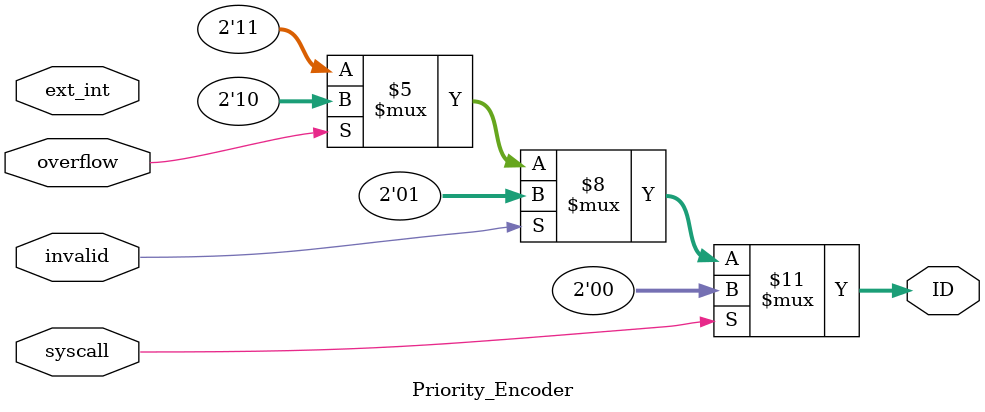
<source format=v>
`timescale 1ns / 1ps


module Priority_Encoder(
    input syscall, overflow, invalid, ext_int,
    output reg [1:0]ID
    );
    // Don't need enable bit as it should always be
    // on as it is looking for interrupts
    always@(*)
    begin
        if(syscall)         ID <= 0;
        else if (invalid)   ID <= 1;
        else if (overflow)  ID <= 2;
        else if (ext_int)   ID <= 3;
        else                ID <= 3;
    end
endmodule

</source>
